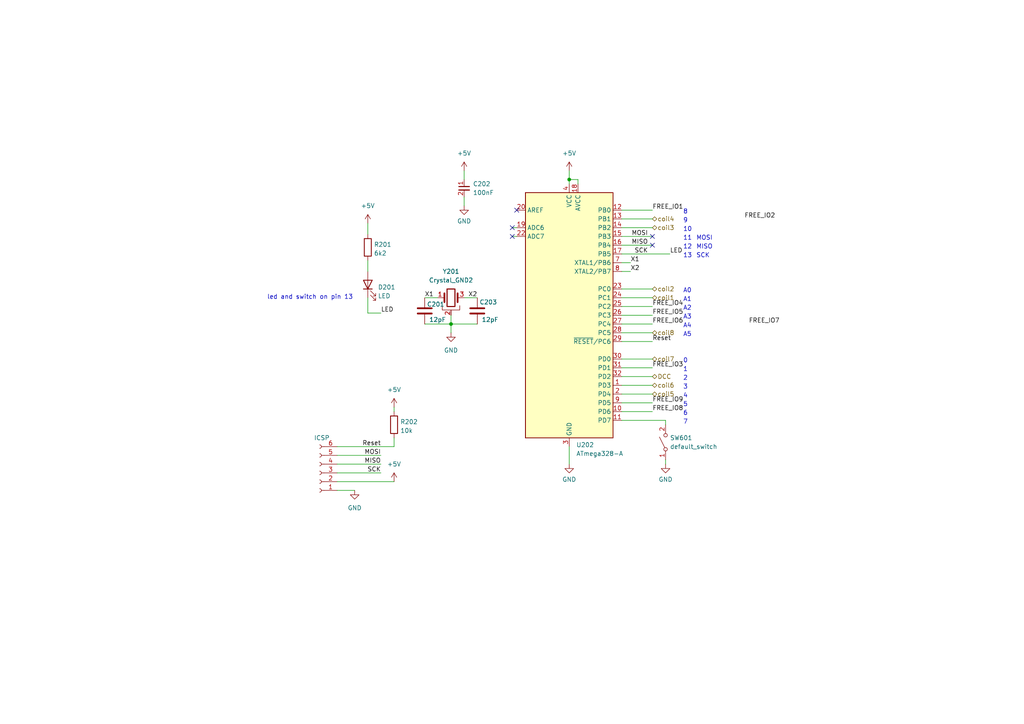
<source format=kicad_sch>
(kicad_sch (version 20231120) (generator "eeschema") (generator_version "8.0")
  (paper "A4")
  (lib_symbols
    (symbol "Connector:Conn_01x06_Socket" (pin_names (offset 1.016) hide)
      (property "Reference" "J" (at 0 7.62 0))
      (property "Value" "Conn_01x06_Socket" (at 0 -10.16 0))
      (symbol "Conn_01x06_Socket_1_1"
        (arc (start 0 -7.112) (mid -0.5058 -7.62) (end 0 -8.128) (stroke (width 0.1524)))
        (arc (start 0 -4.572) (mid -0.5058 -5.08) (end 0 -5.588) (stroke (width 0.1524)))
        (arc (start 0 -2.032) (mid -0.5058 -2.54) (end 0 -3.048) (stroke (width 0.1524)))
        (polyline (pts (xy -1.27 -7.62) (xy -0.508 -7.62)) (stroke (width 0.1524)))
        (polyline (pts (xy -1.27 -5.08) (xy -0.508 -5.08)) (stroke (width 0.1524)))
        (polyline (pts (xy -1.27 -2.54) (xy -0.508 -2.54)) (stroke (width 0.1524)))
        (polyline (pts (xy -1.27 0) (xy -0.508 0)) (stroke (width 0.1524)))
        (polyline (pts (xy -1.27 2.54) (xy -0.508 2.54)) (stroke (width 0.1524)))
        (polyline (pts (xy -1.27 5.08) (xy -0.508 5.08)) (stroke (width 0.1524)))
        (arc (start 0 0.508) (mid -0.5058 0) (end 0 -0.508) (stroke (width 0.1524)))
        (arc (start 0 3.048) (mid -0.5058 2.54) (end 0 2.032) (stroke (width 0.1524)))
        (arc (start 0 5.588) (mid -0.5058 5.08) (end 0 4.572) (stroke (width 0.1524)))
        (pin passive line (at -5.08 5.08 0) (length 3.81) (name "Pin_1") (number "1"))
        (pin passive line (at -5.08 2.54 0) (length 3.81) (name "Pin_2") (number "2"))
        (pin passive line (at -5.08 0 0) (length 3.81) (name "Pin_3") (number "3"))
        (pin passive line (at -5.08 -2.54 0) (length 3.81) (name "Pin_4") (number "4"))
        (pin passive line (at -5.08 -5.08 0) (length 3.81) (name "Pin_5") (number "5"))
        (pin passive line (at -5.08 -7.62 0) (length 3.81) (name "Pin_6") (number "6"))
      )
    )
    (symbol "Device:C" (pin_numbers hide) (pin_names (offset 0.254))
      (property "Reference" "C" (at 0.635 2.54 0))
      (property "Value" "C" (at 0.635 -2.54 0))
      (symbol "C_0_1"
        (polyline (pts (xy -2.032 -0.762) (xy 2.032 -0.762)) (stroke (width 0.508)))
        (polyline (pts (xy -2.032 0.762) (xy 2.032 0.762)) (stroke (width 0.508)))
      )
      (symbol "C_1_1"
        (pin passive line (at 0 3.81 270) (length 2.794) (name "~") (number "1"))
        (pin passive line (at 0 -3.81 90) (length 2.794) (name "~") (number "2"))
      )
    )
    (symbol "Device:LED" (pin_numbers hide) (pin_names (offset 1.016) hide)
      (property "Reference" "D" (at 0 2.54 0))
      (property "Value" "LED" (at 0 -2.54 0))
      (symbol "LED_0_1"
        (polyline (pts (xy -1.27 -1.27) (xy -1.27 1.27)) (stroke (width 0.254)))
        (polyline (pts (xy -1.27 0) (xy 1.27 0)))
        (polyline (pts (xy 1.27 -1.27) (xy 1.27 1.27) (xy -1.27 0) (xy 1.27 -1.27)) (stroke (width 0.254)))
        (polyline (pts (xy -3.048 -0.762) (xy -4.572 -2.286) (xy -3.81 -2.286) (xy -4.572 -2.286) (xy -4.572 -1.524)))
        (polyline (pts (xy -1.778 -0.762) (xy -3.302 -2.286) (xy -2.54 -2.286) (xy -3.302 -2.286) (xy -3.302 -1.524)))
      )
      (symbol "LED_1_1"
        (pin passive line (at -3.81 0 0) (length 2.54) (name "K") (number "1"))
        (pin passive line (at 3.81 0 180) (length 2.54) (name "A") (number "2"))
      )
    )
    (symbol "Device:R" (pin_numbers hide) (pin_names (offset 0))
      (property "Reference" "R" (at 2.032 0 90))
      (property "Value" "R" (at 0 0 90))
      (symbol "R_0_1"
        (rectangle (start -1.016 -2.54) (end 1.016 2.54) (stroke (width 0.254)))
      )
      (symbol "R_1_1"
        (pin passive line (at 0 3.81 270) (length 1.27) (name "~") (number "1"))
        (pin passive line (at 0 -3.81 90) (length 1.27) (name "~") (number "2"))
      )
    )
    (symbol "GND_1" (power) (pin_names (offset 0))
      (property "Value" "GND_1" (at 0 -3.81 0))
      (symbol "GND_1_0_1"
        (polyline (pts (xy 0 0) (xy 0 -1.27) (xy 1.27 -1.27) (xy 0 -2.54) (xy -1.27 -1.27) (xy 0 -1.27)))
      )
      (symbol "GND_1_1_1"
        (pin power_in line (at 0 0 270) (length 0) hide (name "GND") (number "1"))
      )
    )
    (symbol "MCU_Microchip_ATmega:ATmega328-A"
      (property "Reference" "U" (at -12.7 36.83 0))
      (property "Value" "ATmega328-A" (at 2.54 -36.83 0))
      (symbol "ATmega328-A_0_1"
        (rectangle (start -12.7 -35.56) (end 12.7 35.56) (stroke (width 0.254)) (fill (type background)))
      )
      (symbol "ATmega328-A_1_1"
        (pin bidirectional line (at 15.24 -20.32 180) (length 2.54) (name "PD3") (number "1"))
        (pin bidirectional line (at 15.24 -27.94 180) (length 2.54) (name "PD6") (number "10"))
        (pin bidirectional line (at 15.24 -30.48 180) (length 2.54) (name "PD7") (number "11"))
        (pin bidirectional line (at 15.24 30.48 180) (length 2.54) (name "PB0") (number "12"))
        (pin bidirectional line (at 15.24 27.94 180) (length 2.54) (name "PB1") (number "13"))
        (pin bidirectional line (at 15.24 25.4 180) (length 2.54) (name "PB2") (number "14"))
        (pin bidirectional line (at 15.24 22.86 180) (length 2.54) (name "PB3") (number "15"))
        (pin bidirectional line (at 15.24 20.32 180) (length 2.54) (name "PB4") (number "16"))
        (pin bidirectional line (at 15.24 17.78 180) (length 2.54) (name "PB5") (number "17"))
        (pin power_in line (at 2.54 38.1 270) (length 2.54) (name "AVCC") (number "18"))
        (pin input line (at -15.24 25.4 0) (length 2.54) (name "ADC6") (number "19"))
        (pin bidirectional line (at 15.24 -22.86 180) (length 2.54) (name "PD4") (number "2"))
        (pin passive line (at -15.24 30.48 0) (length 2.54) (name "AREF") (number "20"))
        (pin passive line (at 0 -38.1 90) (length 2.54) hide (name "GND") (number "21"))
        (pin input line (at -15.24 22.86 0) (length 2.54) (name "ADC7") (number "22"))
        (pin bidirectional line (at 15.24 7.62 180) (length 2.54) (name "PC0") (number "23"))
        (pin bidirectional line (at 15.24 5.08 180) (length 2.54) (name "PC1") (number "24"))
        (pin bidirectional line (at 15.24 2.54 180) (length 2.54) (name "PC2") (number "25"))
        (pin bidirectional line (at 15.24 0 180) (length 2.54) (name "PC3") (number "26"))
        (pin bidirectional line (at 15.24 -2.54 180) (length 2.54) (name "PC4") (number "27"))
        (pin bidirectional line (at 15.24 -5.08 180) (length 2.54) (name "PC5") (number "28"))
        (pin bidirectional line (at 15.24 -7.62 180) (length 2.54) (name "~{RESET}/PC6") (number "29"))
        (pin power_in line (at 0 -38.1 90) (length 2.54) (name "GND") (number "3"))
        (pin bidirectional line (at 15.24 -12.7 180) (length 2.54) (name "PD0") (number "30"))
        (pin bidirectional line (at 15.24 -15.24 180) (length 2.54) (name "PD1") (number "31"))
        (pin bidirectional line (at 15.24 -17.78 180) (length 2.54) (name "PD2") (number "32"))
        (pin power_in line (at 0 38.1 270) (length 2.54) (name "VCC") (number "4"))
        (pin passive line (at 0 -38.1 90) (length 2.54) hide (name "GND") (number "5"))
        (pin passive line (at 0 38.1 270) (length 2.54) hide (name "VCC") (number "6"))
        (pin bidirectional line (at 15.24 15.24 180) (length 2.54) (name "XTAL1/PB6") (number "7"))
        (pin bidirectional line (at 15.24 12.7 180) (length 2.54) (name "XTAL2/PB7") (number "8"))
        (pin bidirectional line (at 15.24 -25.4 180) (length 2.54) (name "PD5") (number "9"))
      )
    )
    (symbol "capacitor_miscellaneous:C_0402_100nF"
      (property "Reference" "U" (at 1.27 2.54 0))
      (property "Value" "100nF" (at 3.81 -2.54 0))
      (property "JLCPCB Part#" "C307331" (at 0 0 0))
      (symbol "C_0402_100nF_0_1"
        (polyline (pts (xy -1.524 -0.508) (xy 1.524 -0.508)) (stroke (width 0.3302)))
        (polyline (pts (xy -1.524 0.508) (xy 1.524 0.508)) (stroke (width 0.3048)))
      )
      (symbol "C_0402_100nF_1_1"
        (pin passive line (at 0 2.54 270) (length 2.032) (name "~") (number "1"))
        (pin passive line (at 0 -2.54 90) (length 2.032) (name "~") (number "2"))
      )
    )
    (symbol "custom_kicad_lib_sk:crystal_arduino" (pin_names (offset 1.016) hide)
      (property "Reference" "Y" (at 0 5.715 0))
      (property "Value" "Crystal_GND2" (at 0 3.81 0))
      (property "JLCPCB Part#" "C13738" (at 0 0 0))
      (symbol "crystal_arduino_0_1"
        (rectangle (start -1.143 2.54) (end 1.143 -2.54) (stroke (width 0.3048)))
        (polyline (pts (xy -2.54 0) (xy -1.905 0)))
        (polyline (pts (xy -1.905 -1.27) (xy -1.905 1.27)) (stroke (width 0.508)))
        (polyline (pts (xy 0 -3.81) (xy 0 -3.556)))
        (polyline (pts (xy 1.905 0) (xy 2.54 0)))
        (polyline (pts (xy 1.905 1.27) (xy 1.905 -1.27)) (stroke (width 0.508)))
        (polyline (pts (xy -2.54 -2.286) (xy -2.54 -3.556) (xy 2.54 -3.556) (xy 2.54 -2.286)))
      )
      (symbol "crystal_arduino_1_1"
        (pin passive line (at -3.81 0 0) (length 1.27) (name "1") (number "1"))
        (pin passive line (at 0 -5.08 90) (length 1.27) (name "GND") (number "2"))
        (pin passive line (at 3.81 0 180) (length 1.27) (name "3") (number "3"))
        (pin passive line (at 0 -5.08 90) (length 1.27) hide (name "GND") (number "4"))
      )
    )
    (symbol "custom_kicad_lib_sk:default_switch" (pin_names (offset 0) hide)
      (property "Reference" "SW" (at 0 3.175 0))
      (property "Value" "default_switch" (at 0 -2.54 0))
      (symbol "default_switch_0_0"
        (circle (center -2.032 0) (radius 0.508))
        (polyline (pts (xy -1.524 0.254) (xy 1.524 1.778)))
        (circle (center 2.032 0) (radius 0.508))
      )
      (symbol "default_switch_1_1"
        (pin passive line (at -5.08 0 0) (length 2.54) (name "A") (number "1"))
        (pin passive line (at 5.08 0 180) (length 2.54) (name "B") (number "2"))
      )
    )
    (symbol "power:+5V" (power) (pin_names (offset 0))
      (property "Value" "+5V" (at 0 3.556 0))
      (symbol "+5V_0_1"
        (polyline (pts (xy -0.762 1.27) (xy 0 2.54)))
        (polyline (pts (xy 0 0) (xy 0 2.54)))
        (polyline (pts (xy 0 2.54) (xy 0.762 1.27)))
      )
      (symbol "+5V_1_1"
        (pin power_in line (at 0 0 90) (length 0) hide (name "+5V") (number "1"))
      )
    )
    (symbol "power:GND" (power) (pin_names (offset 0))
      (property "Value" "GND" (at 0 -3.81 0))
      (symbol "GND_0_1"
        (polyline (pts (xy 0 0) (xy 0 -1.27) (xy 1.27 -1.27) (xy 0 -2.54) (xy -1.27 -1.27) (xy 0 -1.27)))
      )
      (symbol "GND_1_1"
        (pin power_in line (at 0 0 270) (length 0) hide (name "GND") (number "1"))
      )
    )
  )
  (junction (at 130.81 93.98))
  (junction (at 165.1 52.07))
  (no_connect (at 189.23 71.12))
  (no_connect (at 149.86 60.96))
  (no_connect (at 148.59 66.04))
  (no_connect (at 148.59 68.58))
  (no_connect (at 189.23 68.58))
  (wire (pts (xy 165.1 52.07) (xy 165.1 53.34)))
  (wire (pts (xy 130.81 93.98) (xy 138.43 93.98)))
  (wire (pts (xy 193.04 133.35) (xy 193.04 134.62)))
  (wire (pts (xy 167.64 52.07) (xy 165.1 52.07)))
  (wire (pts (xy 180.34 93.98) (xy 189.23 93.98)))
  (wire (pts (xy 97.79 137.16) (xy 110.49 137.16)))
  (wire (pts (xy 180.34 119.38) (xy 189.23 119.38)))
  (wire (pts (xy 127 86.36) (xy 123.19 86.36)))
  (wire (pts (xy 180.34 83.82) (xy 189.23 83.82)))
  (wire (pts (xy 180.34 96.52) (xy 189.23 96.52)))
  (wire (pts (xy 193.04 121.92) (xy 193.04 123.19)))
  (wire (pts (xy 106.68 86.36) (xy 106.68 90.805)))
  (wire (pts (xy 180.34 99.06) (xy 189.23 99.06)))
  (wire (pts (xy 180.34 78.74) (xy 182.88 78.74)))
  (wire (pts (xy 97.79 134.62) (xy 110.49 134.62)))
  (wire (pts (xy 165.1 129.54) (xy 165.1 134.62)))
  (wire (pts (xy 180.34 116.84) (xy 189.23 116.84)))
  (wire (pts (xy 148.59 66.04) (xy 149.86 66.04)))
  (wire (pts (xy 114.3 127) (xy 114.3 129.54)))
  (wire (pts (xy 180.34 91.44) (xy 189.23 91.44)))
  (wire (pts (xy 106.68 75.565) (xy 106.68 78.74)))
  (wire (pts (xy 130.81 91.44) (xy 130.81 93.98)))
  (wire (pts (xy 134.62 86.36) (xy 138.43 86.36)))
  (wire (pts (xy 148.59 68.58) (xy 149.86 68.58)))
  (wire (pts (xy 97.79 132.08) (xy 110.49 132.08)))
  (wire (pts (xy 180.34 76.2) (xy 182.88 76.2)))
  (wire (pts (xy 180.34 121.92) (xy 193.04 121.92)))
  (wire (pts (xy 165.1 49.53) (xy 165.1 52.07)))
  (wire (pts (xy 106.68 64.77) (xy 106.68 67.945)))
  (wire (pts (xy 134.62 57.15) (xy 134.62 59.69)))
  (wire (pts (xy 180.34 68.58) (xy 189.23 68.58)))
  (wire (pts (xy 114.3 118.11) (xy 114.3 119.38)))
  (wire (pts (xy 110.49 90.805) (xy 106.68 90.805)))
  (wire (pts (xy 180.34 88.9) (xy 189.23 88.9)))
  (wire (pts (xy 180.34 63.5) (xy 189.23 63.5)))
  (wire (pts (xy 180.34 106.68) (xy 189.23 106.68)))
  (wire (pts (xy 123.19 93.98) (xy 130.81 93.98)))
  (wire (pts (xy 134.62 49.53) (xy 134.62 52.07)))
  (wire (pts (xy 180.34 104.14) (xy 189.23 104.14)))
  (wire (pts (xy 180.34 109.22) (xy 189.23 109.22)))
  (wire (pts (xy 97.79 142.24) (xy 102.87 142.24)))
  (wire (pts (xy 130.81 93.98) (xy 130.81 96.52)))
  (wire (pts (xy 180.34 73.66) (xy 194.31 73.66)))
  (wire (pts (xy 167.64 53.34) (xy 167.64 52.07)))
  (wire (pts (xy 97.79 139.7) (xy 114.3 139.7)))
  (wire (pts (xy 180.34 71.12) (xy 189.23 71.12)))
  (wire (pts (xy 180.34 60.96) (xy 189.23 60.96)))
  (wire (pts (xy 97.79 129.54) (xy 114.3 129.54)))
  (wire (pts (xy 180.34 114.3) (xy 189.23 114.3)))
  (wire (pts (xy 180.34 86.36) (xy 189.23 86.36)))
  (wire (pts (xy 180.34 111.76) (xy 189.23 111.76)))
  (wire (pts (xy 180.34 66.04) (xy 189.23 66.04)))
  (text "8" (at 198.12 62.23 0) (effects (font (size 1.27 1.27)) (justify left bottom)))
  (text "A4" (at 198.12 95.25 0) (effects (font (size 1.27 1.27)) (justify left bottom)))
  (text "12" (at 198.12 72.39 0) (effects (font (size 1.27 1.27)) (justify left bottom)))
  (text "2" (at 198.12 110.49 0) (effects (font (size 1.27 1.27)) (justify left bottom)))
  (text "3" (at 198.12 113.03 0) (effects (font (size 1.27 1.27)) (justify left bottom)))
  (text "6" (at 198.12 120.65 0) (effects (font (size 1.27 1.27)) (justify left bottom)))
  (text "0" (at 198.12 105.41 0) (effects (font (size 1.27 1.27)) (justify left bottom)))
  (text "SCK" (at 201.93 74.93 0) (effects (font (size 1.27 1.27)) (justify left bottom)))
  (text "10" (at 198.12 67.31 0) (effects (font (size 1.27 1.27)) (justify left bottom)))
  (text "A5" (at 198.12 97.79 0) (effects (font (size 1.27 1.27)) (justify left bottom)))
  (text "A1" (at 198.12 87.63 0) (effects (font (size 1.27 1.27)) (justify left bottom)))
  (text "A3" (at 198.12 92.71 0) (effects (font (size 1.27 1.27)) (justify left bottom)))
  (text "7" (at 198.12 123.19 0) (effects (font (size 1.27 1.27)) (justify left bottom)))
  (text "A2" (at 198.12 90.17 0) (effects (font (size 1.27 1.27)) (justify left bottom)))
  (text "MISO" (at 201.93 72.39 0) (effects (font (size 1.27 1.27)) (justify left bottom)))
  (text "13" (at 198.12 74.93 0) (effects (font (size 1.27 1.27)) (justify left bottom)))
  (text "1" (at 198.12 107.95 0) (effects (font (size 1.27 1.27)) (justify left bottom)))
  (text "11" (at 198.12 69.85 0) (effects (font (size 1.27 1.27)) (justify left bottom)))
  (text "5" (at 198.12 118.11 0) (effects (font (size 1.27 1.27)) (justify left bottom)))
  (text "A0" (at 198.12 85.09 0) (effects (font (size 1.27 1.27)) (justify left bottom)))
  (text "MOSI" (at 201.93 69.85 0) (effects (font (size 1.27 1.27)) (justify left bottom)))
  (text "led and switch on pin 13" (at 77.47 86.995 0) (effects (font (size 1.27 1.27)) (justify left bottom)))
  (text "4" (at 198.12 115.57 0) (effects (font (size 1.27 1.27)) (justify left bottom)))
  (text "9" (at 198.12 64.77 0) (effects (font (size 1.27 1.27)) (justify left bottom)))
  (label "FREE_IO9" (at 189.23 116.84 0))
  (label "FREE_IO8" (at 189.23 119.38 0))
  (label "Reset" (at 110.49 129.54 180))
  (label "X1" (at 123.19 86.36 0))
  (label "X2" (at 182.88 78.74 0))
  (label "FREE_IO7" (at 217.17 93.98 0))
  (label "Reset" (at 189.23 99.06 0))
  (label "FREE_IO1" (at 189.23 60.96 0))
  (label "FREE_IO6" (at 189.23 93.98 0))
  (label "MOSI" (at 187.96 68.58 180))
  (label "FREE_IO5" (at 189.23 91.44 0))
  (label "SCK" (at 110.49 137.16 180))
  (label "MISO" (at 110.49 134.62 180))
  (label "MOSI" (at 110.49 132.08 180))
  (label "LED" (at 194.31 73.66 0))
  (label "X1" (at 182.88 76.2 0))
  (label "FREE_IO3" (at 189.23 106.68 0))
  (label "SCK" (at 187.96 73.66 180))
  (label "MISO" (at 187.96 71.12 180))
  (label "LED" (at 110.49 90.805 0))
  (label "FREE_IO2" (at 215.9 63.5 0))
  (label "X2" (at 138.43 86.36 180))
  (label "FREE_IO4" (at 189.23 88.9 0))
  (hierarchical_label "coil7" (shape bidirectional) (at 189.23 104.14 0))
  (hierarchical_label "coil6" (shape bidirectional) (at 189.23 111.76 0))
  (hierarchical_label "coil5" (shape bidirectional) (at 189.23 114.3 0))
  (hierarchical_label "coil4" (shape bidirectional) (at 189.23 63.5 0))
  (hierarchical_label "coil8" (shape bidirectional) (at 189.23 96.52 0))
  (hierarchical_label "coil1" (shape bidirectional) (at 189.23 86.36 0))
  (hierarchical_label "DCC" (shape bidirectional) (at 189.23 109.22 0))
  (hierarchical_label "coil2" (shape bidirectional) (at 189.23 83.82 0))
  (hierarchical_label "coil3" (shape bidirectional) (at 189.23 66.04 0))
  (symbol (lib_name "GND_1") (lib_id "power:GND") (at 130.81 96.52 0) (unit 1)
    (property "Reference" "#PWR0207" (effects (hide yes)))
    (property "Value" "GND" (at 130.81 101.6 0))
  )
  (symbol (lib_id "custom_kicad_lib_sk:crystal_arduino") (at 130.81 86.36 0) (unit 1)
    (property "Reference" "Y201" (at 130.81 78.74 0))
    (property "Value" "Crystal_GND2" (at 130.81 81.28 0))
    (property "Footprint" "custom_kicad_lib_sk:crystal_arduino" (effects (hide yes)))
    (property "JLCPCB Part#" "C13738" (effects (hide yes)))
    (instances (project "atmega328" (path "" (reference "Y201") (unit 1))) (project "OS-RelayDecoder-8" (path "" (reference "Y201") (unit 1))) (project "general_schematics" (path "" (reference "Y?") (unit 1)) (path "" (reference "Y1401") (unit 1))))
  )
  (symbol (lib_id "Device:C") (at 138.43 90.17 180) (unit 1)
    (property "Reference" "C203" (at 139.065 87.63 0) (effects (justify right)))
    (property "Value" "12pF" (at 139.7 92.71 0) (effects (justify right)))
    (property "Footprint" "Capacitor_SMD:C_0603_1608Metric" (effects (hide yes)))
    (property "JLCPCB Part#" "C38523" (effects (hide yes)))
    (instances (project "atmega328" (path "" (reference "C203") (unit 1))) (project "OS-RelayDecoder-8" (path "" (reference "C203") (unit 1))) (project "general_schematics" (path "" (reference "C?") (unit 1)) (path "" (reference "C1403") (unit 1))))
  )
  (symbol (lib_id "Device:R") (at 106.68 71.755 0) (unit 1)
    (property "Reference" "R201" (at 108.458 70.9203 0) (effects (justify left)))
    (property "Value" "6k2" (at 108.458 73.4572 0) (effects (justify left)))
    (property "Footprint" "Resistor_SMD:R_0603_1608Metric_Pad0.98x0.95mm_HandSolder" (effects (hide yes)))
    (property "JLCPCB Part#" "C4260" (effects (hide yes)))
    (instances (project "atmega328" (path "" (reference "R201") (unit 1))) (project "OS-RelayDecoder-8" (path "" (reference "R201") (unit 1))) (project "general_schematics" (path "" (reference "R1401") (unit 1))))
  )
  (symbol (lib_id "MCU_Microchip_ATmega:ATmega328-A") (at 165.1 91.44 0) (unit 1)
    (property "Reference" "U202" (at 167.1194 129.0304 0) (effects (justify left)))
    (property "Value" "ATmega328-A" (at 167.1194 131.5673 0) (effects (justify left)))
    (property "Footprint" "Package_QFP:TQFP-32_7x7mm_P0.8mm" (effects (hide yes)))
    (property "Datasheet" "http://ww1.microchip.com/downloads/en/DeviceDoc/ATmega328_P%20AVR%20MCU%20with%20picoPower%20Technology%20Data%20Sheet%2040001984A.pdf" (effects (hide yes)))
    (property "JLCPCB Part#" "C14877" (effects (hide yes)))
    (instances (project "atmega328" (path "" (reference "U202") (unit 1))) (project "OS-RelayDecoder-8" (path "" (reference "U202") (unit 1))) (project "general_schematics" (path "" (reference "U1402") (unit 1))))
  )
  (symbol (lib_id "Connector:Conn_01x06_Socket") (at 92.71 137.16 180) (unit 1)
    (property "Reference" "J202" (effects (hide yes)))
    (property "Value" "ICSP" (at 93.345 127 0))
    (property "Footprint" "Connector_PinHeader_2.54mm:PinHeader_1x06_P2.54mm_Vertical" (effects (hide yes)))
  )
  (symbol (lib_id "power:+5V") (at 165.1 49.53 0) (unit 1)
    (property "Reference" "#PWR0205" (effects (hide yes)))
    (property "Value" "+5V" (at 165.1 44.45 0))
  )
  (symbol (lib_id "power:GND") (at 134.62 59.69 0) (unit 1)
    (property "Reference" "#PWR0201" (effects (hide yes)))
    (property "Value" "GND" (at 134.62 64.1334 0))
    (instances (project "atmega328" (path "" (reference "#PWR0201") (unit 1))) (project "OS-RelayDecoder-8" (path "" (reference "#PWR0201") (unit 1))) (project "general_schematics" (path "" (reference "#PWR0137") (unit 1))))
  )
  (symbol (lib_id "custom_kicad_lib_sk:default_switch") (at 193.04 128.27 90) (unit 1)
    (property "Reference" "SW601" (at 194.31 126.9999 90) (effects (justify right)))
    (property "Value" "default_switch" (at 194.31 129.5399 90) (effects (justify right)))
    (property "Footprint" "custom_kicad_lib_sk:default_switch" (effects (hide yes)))
    (property "Description" "Single Pole Single Throw (SPST) switch" (effects (hide yes)))
    (property "JLCPCB Part#" "C318884" (effects (hide yes)))
  )
  (symbol (lib_id "power:+5V") (at 114.3 139.7 0) (unit 1)
    (property "Reference" "#PWR0601" (effects (hide yes)))
    (property "Value" "+5V" (at 114.3 134.62 0))
  )
  (symbol (lib_id "Device:C") (at 123.19 90.17 180) (unit 1)
    (property "Reference" "C201" (at 123.825 88.265 0) (effects (justify right)))
    (property "Value" "12pF" (at 124.46 92.71 0) (effects (justify right)))
    (property "Footprint" "Capacitor_SMD:C_0603_1608Metric" (effects (hide yes)))
    (property "JLCPCB Part#" "C38523" (effects (hide yes)))
    (instances (project "atmega328" (path "" (reference "C201") (unit 1))) (project "OS-RelayDecoder-8" (path "" (reference "C201") (unit 1))) (project "general_schematics" (path "" (reference "C?") (unit 1)) (path "" (reference "C1401") (unit 1))))
  )
  (symbol (lib_id "power:GND") (at 165.1 134.62 0) (unit 1)
    (property "Reference" "#PWR0202" (effects (hide yes)))
    (property "Value" "GND" (at 165.1 139.0634 0))
    (instances (project "atmega328" (path "" (reference "#PWR0202") (unit 1))) (project "OS-RelayDecoder-8" (path "" (reference "#PWR0202") (unit 1))) (project "general_schematics" (path "" (reference "#PWR0138") (unit 1))))
  )
  (symbol (lib_id "Device:LED") (at 106.68 82.55 90) (unit 1)
    (property "Reference" "D201" (at 109.601 83.3028 90) (effects (justify right)))
    (property "Value" "LED" (at 109.601 85.8397 90) (effects (justify right)))
    (property "Footprint" "LED_SMD:LED_0805_2012Metric_Pad1.15x1.40mm_HandSolder" (effects (hide yes)))
    (property "JLCPCB Part#" "C84256" (effects (hide yes)))
    (instances (project "atmega328" (path "" (reference "D201") (unit 1))) (project "OS-RelayDecoder-8" (path "" (reference "D201") (unit 1))) (project "general_schematics" (path "" (reference "D1401") (unit 1))))
  )
  (symbol (lib_id "Device:R") (at 114.3 123.19 0) (unit 1)
    (property "Reference" "R202" (at 116.078 122.3553 0) (effects (justify left)))
    (property "Value" "10k" (at 116.078 124.8922 0) (effects (justify left)))
    (property "Footprint" "Resistor_SMD:R_0402_1005Metric_Pad0.72x0.64mm_HandSolder" (effects (hide yes)))
    (property "JLCPCB Part#" "C25744" (effects (hide yes)))
    (instances (project "atmega328" (path "" (reference "R202") (unit 1))) (project "OS-RelayDecoder-8" (path "" (reference "R202") (unit 1))) (project "general_schematics" (path "" (reference "R1402") (unit 1))))
  )
  (symbol (lib_name "GND_1") (lib_id "power:GND") (at 102.87 142.24 0) (unit 1)
    (property "Reference" "#PWR0102" (effects (hide yes)))
    (property "Value" "GND" (at 102.87 147.32 0))
  )
  (symbol (lib_id "power:+5V") (at 106.68 64.77 0) (unit 1)
    (property "Reference" "#PWR0203" (effects (hide yes)))
    (property "Value" "+5V" (at 106.68 59.69 0))
  )
  (symbol (lib_id "capacitor_miscellaneous:C_0402_100nF") (at 134.62 54.61 0) (unit 1)
    (property "Reference" "C202" (at 137.16 53.3463 0) (effects (justify left)))
    (property "Value" "100nF" (at 137.16 55.8863 0) (effects (justify left)))
    (property "Footprint" "Capacitor_SMD:C_0402_1005Metric" (effects (hide yes)))
    (property "JLCPCB Part#" "C307331" (effects (hide yes)))
  )
  (symbol (lib_id "power:GND") (at 193.04 134.62 0) (unit 1)
    (property "Reference" "#PWR07" (effects (hide yes)))
    (property "Value" "GND" (at 193.04 139.0634 0))
  )
  (symbol (lib_id "power:+5V") (at 114.3 118.11 0) (unit 1)
    (property "Reference" "#PWR0206" (effects (hide yes)))
    (property "Value" "+5V" (at 114.3 113.03 0))
  )
  (symbol (lib_id "power:+5V") (at 134.62 49.53 0) (unit 1)
    (property "Reference" "#PWR0204" (effects (hide yes)))
    (property "Value" "+5V" (at 134.62 44.45 0))
  )
)
</source>
